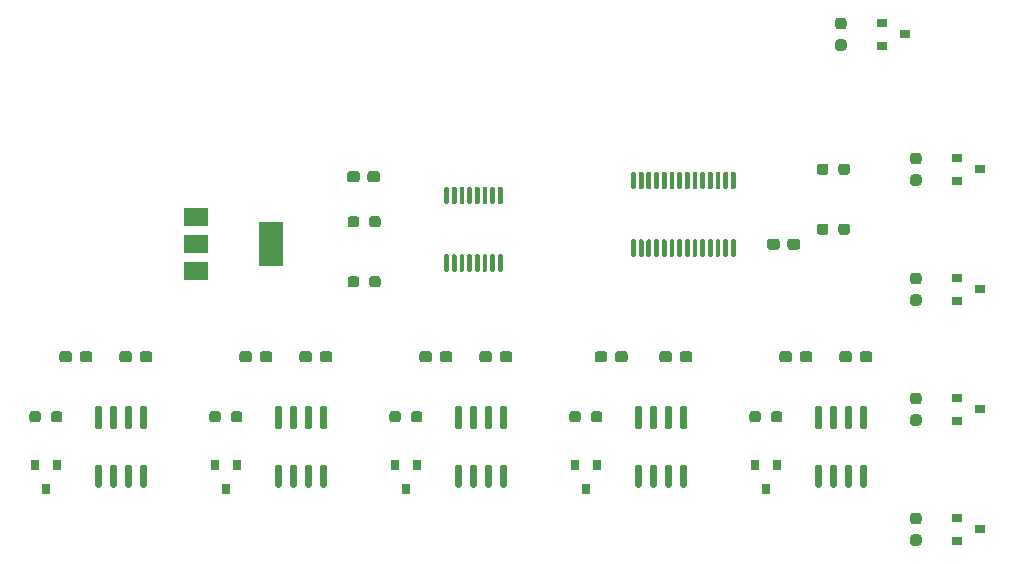
<source format=gbr>
%TF.GenerationSoftware,KiCad,Pcbnew,5.1.9*%
%TF.CreationDate,2021-03-25T13:41:33+01:00*%
%TF.ProjectId,kicad_robot_servos_ev_pompes,6b696361-645f-4726-9f62-6f745f736572,rev?*%
%TF.SameCoordinates,Original*%
%TF.FileFunction,Paste,Top*%
%TF.FilePolarity,Positive*%
%FSLAX46Y46*%
G04 Gerber Fmt 4.6, Leading zero omitted, Abs format (unit mm)*
G04 Created by KiCad (PCBNEW 5.1.9) date 2021-03-25 13:41:33*
%MOMM*%
%LPD*%
G01*
G04 APERTURE LIST*
%ADD10R,0.800000X0.900000*%
%ADD11R,0.900000X0.800000*%
%ADD12R,2.000000X3.800000*%
%ADD13R,2.000000X1.500000*%
G04 APERTURE END LIST*
%TO.C,U4*%
G36*
G01*
X79055000Y-30690000D02*
X79255000Y-30690000D01*
G75*
G02*
X79355000Y-30790000I0J-100000D01*
G01*
X79355000Y-32065000D01*
G75*
G02*
X79255000Y-32165000I-100000J0D01*
G01*
X79055000Y-32165000D01*
G75*
G02*
X78955000Y-32065000I0J100000D01*
G01*
X78955000Y-30790000D01*
G75*
G02*
X79055000Y-30690000I100000J0D01*
G01*
G37*
G36*
G01*
X78405000Y-30690000D02*
X78605000Y-30690000D01*
G75*
G02*
X78705000Y-30790000I0J-100000D01*
G01*
X78705000Y-32065000D01*
G75*
G02*
X78605000Y-32165000I-100000J0D01*
G01*
X78405000Y-32165000D01*
G75*
G02*
X78305000Y-32065000I0J100000D01*
G01*
X78305000Y-30790000D01*
G75*
G02*
X78405000Y-30690000I100000J0D01*
G01*
G37*
G36*
G01*
X77755000Y-30690000D02*
X77955000Y-30690000D01*
G75*
G02*
X78055000Y-30790000I0J-100000D01*
G01*
X78055000Y-32065000D01*
G75*
G02*
X77955000Y-32165000I-100000J0D01*
G01*
X77755000Y-32165000D01*
G75*
G02*
X77655000Y-32065000I0J100000D01*
G01*
X77655000Y-30790000D01*
G75*
G02*
X77755000Y-30690000I100000J0D01*
G01*
G37*
G36*
G01*
X77105000Y-30690000D02*
X77305000Y-30690000D01*
G75*
G02*
X77405000Y-30790000I0J-100000D01*
G01*
X77405000Y-32065000D01*
G75*
G02*
X77305000Y-32165000I-100000J0D01*
G01*
X77105000Y-32165000D01*
G75*
G02*
X77005000Y-32065000I0J100000D01*
G01*
X77005000Y-30790000D01*
G75*
G02*
X77105000Y-30690000I100000J0D01*
G01*
G37*
G36*
G01*
X76455000Y-30690000D02*
X76655000Y-30690000D01*
G75*
G02*
X76755000Y-30790000I0J-100000D01*
G01*
X76755000Y-32065000D01*
G75*
G02*
X76655000Y-32165000I-100000J0D01*
G01*
X76455000Y-32165000D01*
G75*
G02*
X76355000Y-32065000I0J100000D01*
G01*
X76355000Y-30790000D01*
G75*
G02*
X76455000Y-30690000I100000J0D01*
G01*
G37*
G36*
G01*
X75805000Y-30690000D02*
X76005000Y-30690000D01*
G75*
G02*
X76105000Y-30790000I0J-100000D01*
G01*
X76105000Y-32065000D01*
G75*
G02*
X76005000Y-32165000I-100000J0D01*
G01*
X75805000Y-32165000D01*
G75*
G02*
X75705000Y-32065000I0J100000D01*
G01*
X75705000Y-30790000D01*
G75*
G02*
X75805000Y-30690000I100000J0D01*
G01*
G37*
G36*
G01*
X75155000Y-30690000D02*
X75355000Y-30690000D01*
G75*
G02*
X75455000Y-30790000I0J-100000D01*
G01*
X75455000Y-32065000D01*
G75*
G02*
X75355000Y-32165000I-100000J0D01*
G01*
X75155000Y-32165000D01*
G75*
G02*
X75055000Y-32065000I0J100000D01*
G01*
X75055000Y-30790000D01*
G75*
G02*
X75155000Y-30690000I100000J0D01*
G01*
G37*
G36*
G01*
X74505000Y-30690000D02*
X74705000Y-30690000D01*
G75*
G02*
X74805000Y-30790000I0J-100000D01*
G01*
X74805000Y-32065000D01*
G75*
G02*
X74705000Y-32165000I-100000J0D01*
G01*
X74505000Y-32165000D01*
G75*
G02*
X74405000Y-32065000I0J100000D01*
G01*
X74405000Y-30790000D01*
G75*
G02*
X74505000Y-30690000I100000J0D01*
G01*
G37*
G36*
G01*
X73855000Y-30690000D02*
X74055000Y-30690000D01*
G75*
G02*
X74155000Y-30790000I0J-100000D01*
G01*
X74155000Y-32065000D01*
G75*
G02*
X74055000Y-32165000I-100000J0D01*
G01*
X73855000Y-32165000D01*
G75*
G02*
X73755000Y-32065000I0J100000D01*
G01*
X73755000Y-30790000D01*
G75*
G02*
X73855000Y-30690000I100000J0D01*
G01*
G37*
G36*
G01*
X73205000Y-30690000D02*
X73405000Y-30690000D01*
G75*
G02*
X73505000Y-30790000I0J-100000D01*
G01*
X73505000Y-32065000D01*
G75*
G02*
X73405000Y-32165000I-100000J0D01*
G01*
X73205000Y-32165000D01*
G75*
G02*
X73105000Y-32065000I0J100000D01*
G01*
X73105000Y-30790000D01*
G75*
G02*
X73205000Y-30690000I100000J0D01*
G01*
G37*
G36*
G01*
X72555000Y-30690000D02*
X72755000Y-30690000D01*
G75*
G02*
X72855000Y-30790000I0J-100000D01*
G01*
X72855000Y-32065000D01*
G75*
G02*
X72755000Y-32165000I-100000J0D01*
G01*
X72555000Y-32165000D01*
G75*
G02*
X72455000Y-32065000I0J100000D01*
G01*
X72455000Y-30790000D01*
G75*
G02*
X72555000Y-30690000I100000J0D01*
G01*
G37*
G36*
G01*
X71905000Y-30690000D02*
X72105000Y-30690000D01*
G75*
G02*
X72205000Y-30790000I0J-100000D01*
G01*
X72205000Y-32065000D01*
G75*
G02*
X72105000Y-32165000I-100000J0D01*
G01*
X71905000Y-32165000D01*
G75*
G02*
X71805000Y-32065000I0J100000D01*
G01*
X71805000Y-30790000D01*
G75*
G02*
X71905000Y-30690000I100000J0D01*
G01*
G37*
G36*
G01*
X71255000Y-30690000D02*
X71455000Y-30690000D01*
G75*
G02*
X71555000Y-30790000I0J-100000D01*
G01*
X71555000Y-32065000D01*
G75*
G02*
X71455000Y-32165000I-100000J0D01*
G01*
X71255000Y-32165000D01*
G75*
G02*
X71155000Y-32065000I0J100000D01*
G01*
X71155000Y-30790000D01*
G75*
G02*
X71255000Y-30690000I100000J0D01*
G01*
G37*
G36*
G01*
X70605000Y-30690000D02*
X70805000Y-30690000D01*
G75*
G02*
X70905000Y-30790000I0J-100000D01*
G01*
X70905000Y-32065000D01*
G75*
G02*
X70805000Y-32165000I-100000J0D01*
G01*
X70605000Y-32165000D01*
G75*
G02*
X70505000Y-32065000I0J100000D01*
G01*
X70505000Y-30790000D01*
G75*
G02*
X70605000Y-30690000I100000J0D01*
G01*
G37*
G36*
G01*
X70605000Y-36415000D02*
X70805000Y-36415000D01*
G75*
G02*
X70905000Y-36515000I0J-100000D01*
G01*
X70905000Y-37790000D01*
G75*
G02*
X70805000Y-37890000I-100000J0D01*
G01*
X70605000Y-37890000D01*
G75*
G02*
X70505000Y-37790000I0J100000D01*
G01*
X70505000Y-36515000D01*
G75*
G02*
X70605000Y-36415000I100000J0D01*
G01*
G37*
G36*
G01*
X71255000Y-36415000D02*
X71455000Y-36415000D01*
G75*
G02*
X71555000Y-36515000I0J-100000D01*
G01*
X71555000Y-37790000D01*
G75*
G02*
X71455000Y-37890000I-100000J0D01*
G01*
X71255000Y-37890000D01*
G75*
G02*
X71155000Y-37790000I0J100000D01*
G01*
X71155000Y-36515000D01*
G75*
G02*
X71255000Y-36415000I100000J0D01*
G01*
G37*
G36*
G01*
X71905000Y-36415000D02*
X72105000Y-36415000D01*
G75*
G02*
X72205000Y-36515000I0J-100000D01*
G01*
X72205000Y-37790000D01*
G75*
G02*
X72105000Y-37890000I-100000J0D01*
G01*
X71905000Y-37890000D01*
G75*
G02*
X71805000Y-37790000I0J100000D01*
G01*
X71805000Y-36515000D01*
G75*
G02*
X71905000Y-36415000I100000J0D01*
G01*
G37*
G36*
G01*
X72555000Y-36415000D02*
X72755000Y-36415000D01*
G75*
G02*
X72855000Y-36515000I0J-100000D01*
G01*
X72855000Y-37790000D01*
G75*
G02*
X72755000Y-37890000I-100000J0D01*
G01*
X72555000Y-37890000D01*
G75*
G02*
X72455000Y-37790000I0J100000D01*
G01*
X72455000Y-36515000D01*
G75*
G02*
X72555000Y-36415000I100000J0D01*
G01*
G37*
G36*
G01*
X73205000Y-36415000D02*
X73405000Y-36415000D01*
G75*
G02*
X73505000Y-36515000I0J-100000D01*
G01*
X73505000Y-37790000D01*
G75*
G02*
X73405000Y-37890000I-100000J0D01*
G01*
X73205000Y-37890000D01*
G75*
G02*
X73105000Y-37790000I0J100000D01*
G01*
X73105000Y-36515000D01*
G75*
G02*
X73205000Y-36415000I100000J0D01*
G01*
G37*
G36*
G01*
X73855000Y-36415000D02*
X74055000Y-36415000D01*
G75*
G02*
X74155000Y-36515000I0J-100000D01*
G01*
X74155000Y-37790000D01*
G75*
G02*
X74055000Y-37890000I-100000J0D01*
G01*
X73855000Y-37890000D01*
G75*
G02*
X73755000Y-37790000I0J100000D01*
G01*
X73755000Y-36515000D01*
G75*
G02*
X73855000Y-36415000I100000J0D01*
G01*
G37*
G36*
G01*
X74505000Y-36415000D02*
X74705000Y-36415000D01*
G75*
G02*
X74805000Y-36515000I0J-100000D01*
G01*
X74805000Y-37790000D01*
G75*
G02*
X74705000Y-37890000I-100000J0D01*
G01*
X74505000Y-37890000D01*
G75*
G02*
X74405000Y-37790000I0J100000D01*
G01*
X74405000Y-36515000D01*
G75*
G02*
X74505000Y-36415000I100000J0D01*
G01*
G37*
G36*
G01*
X75155000Y-36415000D02*
X75355000Y-36415000D01*
G75*
G02*
X75455000Y-36515000I0J-100000D01*
G01*
X75455000Y-37790000D01*
G75*
G02*
X75355000Y-37890000I-100000J0D01*
G01*
X75155000Y-37890000D01*
G75*
G02*
X75055000Y-37790000I0J100000D01*
G01*
X75055000Y-36515000D01*
G75*
G02*
X75155000Y-36415000I100000J0D01*
G01*
G37*
G36*
G01*
X75805000Y-36415000D02*
X76005000Y-36415000D01*
G75*
G02*
X76105000Y-36515000I0J-100000D01*
G01*
X76105000Y-37790000D01*
G75*
G02*
X76005000Y-37890000I-100000J0D01*
G01*
X75805000Y-37890000D01*
G75*
G02*
X75705000Y-37790000I0J100000D01*
G01*
X75705000Y-36515000D01*
G75*
G02*
X75805000Y-36415000I100000J0D01*
G01*
G37*
G36*
G01*
X76455000Y-36415000D02*
X76655000Y-36415000D01*
G75*
G02*
X76755000Y-36515000I0J-100000D01*
G01*
X76755000Y-37790000D01*
G75*
G02*
X76655000Y-37890000I-100000J0D01*
G01*
X76455000Y-37890000D01*
G75*
G02*
X76355000Y-37790000I0J100000D01*
G01*
X76355000Y-36515000D01*
G75*
G02*
X76455000Y-36415000I100000J0D01*
G01*
G37*
G36*
G01*
X77105000Y-36415000D02*
X77305000Y-36415000D01*
G75*
G02*
X77405000Y-36515000I0J-100000D01*
G01*
X77405000Y-37790000D01*
G75*
G02*
X77305000Y-37890000I-100000J0D01*
G01*
X77105000Y-37890000D01*
G75*
G02*
X77005000Y-37790000I0J100000D01*
G01*
X77005000Y-36515000D01*
G75*
G02*
X77105000Y-36415000I100000J0D01*
G01*
G37*
G36*
G01*
X77755000Y-36415000D02*
X77955000Y-36415000D01*
G75*
G02*
X78055000Y-36515000I0J-100000D01*
G01*
X78055000Y-37790000D01*
G75*
G02*
X77955000Y-37890000I-100000J0D01*
G01*
X77755000Y-37890000D01*
G75*
G02*
X77655000Y-37790000I0J100000D01*
G01*
X77655000Y-36515000D01*
G75*
G02*
X77755000Y-36415000I100000J0D01*
G01*
G37*
G36*
G01*
X78405000Y-36415000D02*
X78605000Y-36415000D01*
G75*
G02*
X78705000Y-36515000I0J-100000D01*
G01*
X78705000Y-37790000D01*
G75*
G02*
X78605000Y-37890000I-100000J0D01*
G01*
X78405000Y-37890000D01*
G75*
G02*
X78305000Y-37790000I0J100000D01*
G01*
X78305000Y-36515000D01*
G75*
G02*
X78405000Y-36415000I100000J0D01*
G01*
G37*
G36*
G01*
X79055000Y-36415000D02*
X79255000Y-36415000D01*
G75*
G02*
X79355000Y-36515000I0J-100000D01*
G01*
X79355000Y-37790000D01*
G75*
G02*
X79255000Y-37890000I-100000J0D01*
G01*
X79055000Y-37890000D01*
G75*
G02*
X78955000Y-37790000I0J100000D01*
G01*
X78955000Y-36515000D01*
G75*
G02*
X79055000Y-36415000I100000J0D01*
G01*
G37*
%TD*%
%TO.C,C1*%
G36*
G01*
X48177500Y-31352500D02*
X48177500Y-30877500D01*
G75*
G02*
X48415000Y-30640000I237500J0D01*
G01*
X49015000Y-30640000D01*
G75*
G02*
X49252500Y-30877500I0J-237500D01*
G01*
X49252500Y-31352500D01*
G75*
G02*
X49015000Y-31590000I-237500J0D01*
G01*
X48415000Y-31590000D01*
G75*
G02*
X48177500Y-31352500I0J237500D01*
G01*
G37*
G36*
G01*
X46452500Y-31352500D02*
X46452500Y-30877500D01*
G75*
G02*
X46690000Y-30640000I237500J0D01*
G01*
X47290000Y-30640000D01*
G75*
G02*
X47527500Y-30877500I0J-237500D01*
G01*
X47527500Y-31352500D01*
G75*
G02*
X47290000Y-31590000I-237500J0D01*
G01*
X46690000Y-31590000D01*
G75*
G02*
X46452500Y-31352500I0J237500D01*
G01*
G37*
%TD*%
%TO.C,C2*%
G36*
G01*
X84812500Y-36592500D02*
X84812500Y-37067500D01*
G75*
G02*
X84575000Y-37305000I-237500J0D01*
G01*
X83975000Y-37305000D01*
G75*
G02*
X83737500Y-37067500I0J237500D01*
G01*
X83737500Y-36592500D01*
G75*
G02*
X83975000Y-36355000I237500J0D01*
G01*
X84575000Y-36355000D01*
G75*
G02*
X84812500Y-36592500I0J-237500D01*
G01*
G37*
G36*
G01*
X83087500Y-36592500D02*
X83087500Y-37067500D01*
G75*
G02*
X82850000Y-37305000I-237500J0D01*
G01*
X82250000Y-37305000D01*
G75*
G02*
X82012500Y-37067500I0J237500D01*
G01*
X82012500Y-36592500D01*
G75*
G02*
X82250000Y-36355000I237500J0D01*
G01*
X82850000Y-36355000D01*
G75*
G02*
X83087500Y-36592500I0J-237500D01*
G01*
G37*
%TD*%
%TO.C,C3*%
G36*
G01*
X83055000Y-46592500D02*
X83055000Y-46117500D01*
G75*
G02*
X83292500Y-45880000I237500J0D01*
G01*
X83892500Y-45880000D01*
G75*
G02*
X84130000Y-46117500I0J-237500D01*
G01*
X84130000Y-46592500D01*
G75*
G02*
X83892500Y-46830000I-237500J0D01*
G01*
X83292500Y-46830000D01*
G75*
G02*
X83055000Y-46592500I0J237500D01*
G01*
G37*
G36*
G01*
X84780000Y-46592500D02*
X84780000Y-46117500D01*
G75*
G02*
X85017500Y-45880000I237500J0D01*
G01*
X85617500Y-45880000D01*
G75*
G02*
X85855000Y-46117500I0J-237500D01*
G01*
X85855000Y-46592500D01*
G75*
G02*
X85617500Y-46830000I-237500J0D01*
G01*
X85017500Y-46830000D01*
G75*
G02*
X84780000Y-46592500I0J237500D01*
G01*
G37*
%TD*%
%TO.C,C4*%
G36*
G01*
X89860000Y-46592500D02*
X89860000Y-46117500D01*
G75*
G02*
X90097500Y-45880000I237500J0D01*
G01*
X90697500Y-45880000D01*
G75*
G02*
X90935000Y-46117500I0J-237500D01*
G01*
X90935000Y-46592500D01*
G75*
G02*
X90697500Y-46830000I-237500J0D01*
G01*
X90097500Y-46830000D01*
G75*
G02*
X89860000Y-46592500I0J237500D01*
G01*
G37*
G36*
G01*
X88135000Y-46592500D02*
X88135000Y-46117500D01*
G75*
G02*
X88372500Y-45880000I237500J0D01*
G01*
X88972500Y-45880000D01*
G75*
G02*
X89210000Y-46117500I0J-237500D01*
G01*
X89210000Y-46592500D01*
G75*
G02*
X88972500Y-46830000I-237500J0D01*
G01*
X88372500Y-46830000D01*
G75*
G02*
X88135000Y-46592500I0J237500D01*
G01*
G37*
%TD*%
%TO.C,C5*%
G36*
G01*
X23820000Y-46592500D02*
X23820000Y-46117500D01*
G75*
G02*
X24057500Y-45880000I237500J0D01*
G01*
X24657500Y-45880000D01*
G75*
G02*
X24895000Y-46117500I0J-237500D01*
G01*
X24895000Y-46592500D01*
G75*
G02*
X24657500Y-46830000I-237500J0D01*
G01*
X24057500Y-46830000D01*
G75*
G02*
X23820000Y-46592500I0J237500D01*
G01*
G37*
G36*
G01*
X22095000Y-46592500D02*
X22095000Y-46117500D01*
G75*
G02*
X22332500Y-45880000I237500J0D01*
G01*
X22932500Y-45880000D01*
G75*
G02*
X23170000Y-46117500I0J-237500D01*
G01*
X23170000Y-46592500D01*
G75*
G02*
X22932500Y-46830000I-237500J0D01*
G01*
X22332500Y-46830000D01*
G75*
G02*
X22095000Y-46592500I0J237500D01*
G01*
G37*
%TD*%
%TO.C,C6*%
G36*
G01*
X27175000Y-46592500D02*
X27175000Y-46117500D01*
G75*
G02*
X27412500Y-45880000I237500J0D01*
G01*
X28012500Y-45880000D01*
G75*
G02*
X28250000Y-46117500I0J-237500D01*
G01*
X28250000Y-46592500D01*
G75*
G02*
X28012500Y-46830000I-237500J0D01*
G01*
X27412500Y-46830000D01*
G75*
G02*
X27175000Y-46592500I0J237500D01*
G01*
G37*
G36*
G01*
X28900000Y-46592500D02*
X28900000Y-46117500D01*
G75*
G02*
X29137500Y-45880000I237500J0D01*
G01*
X29737500Y-45880000D01*
G75*
G02*
X29975000Y-46117500I0J-237500D01*
G01*
X29975000Y-46592500D01*
G75*
G02*
X29737500Y-46830000I-237500J0D01*
G01*
X29137500Y-46830000D01*
G75*
G02*
X28900000Y-46592500I0J237500D01*
G01*
G37*
%TD*%
%TO.C,C7*%
G36*
G01*
X67407500Y-46592500D02*
X67407500Y-46117500D01*
G75*
G02*
X67645000Y-45880000I237500J0D01*
G01*
X68245000Y-45880000D01*
G75*
G02*
X68482500Y-46117500I0J-237500D01*
G01*
X68482500Y-46592500D01*
G75*
G02*
X68245000Y-46830000I-237500J0D01*
G01*
X67645000Y-46830000D01*
G75*
G02*
X67407500Y-46592500I0J237500D01*
G01*
G37*
G36*
G01*
X69132500Y-46592500D02*
X69132500Y-46117500D01*
G75*
G02*
X69370000Y-45880000I237500J0D01*
G01*
X69970000Y-45880000D01*
G75*
G02*
X70207500Y-46117500I0J-237500D01*
G01*
X70207500Y-46592500D01*
G75*
G02*
X69970000Y-46830000I-237500J0D01*
G01*
X69370000Y-46830000D01*
G75*
G02*
X69132500Y-46592500I0J237500D01*
G01*
G37*
%TD*%
%TO.C,C8*%
G36*
G01*
X74620000Y-46592500D02*
X74620000Y-46117500D01*
G75*
G02*
X74857500Y-45880000I237500J0D01*
G01*
X75457500Y-45880000D01*
G75*
G02*
X75695000Y-46117500I0J-237500D01*
G01*
X75695000Y-46592500D01*
G75*
G02*
X75457500Y-46830000I-237500J0D01*
G01*
X74857500Y-46830000D01*
G75*
G02*
X74620000Y-46592500I0J237500D01*
G01*
G37*
G36*
G01*
X72895000Y-46592500D02*
X72895000Y-46117500D01*
G75*
G02*
X73132500Y-45880000I237500J0D01*
G01*
X73732500Y-45880000D01*
G75*
G02*
X73970000Y-46117500I0J-237500D01*
G01*
X73970000Y-46592500D01*
G75*
G02*
X73732500Y-46830000I-237500J0D01*
G01*
X73132500Y-46830000D01*
G75*
G02*
X72895000Y-46592500I0J237500D01*
G01*
G37*
%TD*%
%TO.C,C9*%
G36*
G01*
X54300000Y-46592500D02*
X54300000Y-46117500D01*
G75*
G02*
X54537500Y-45880000I237500J0D01*
G01*
X55137500Y-45880000D01*
G75*
G02*
X55375000Y-46117500I0J-237500D01*
G01*
X55375000Y-46592500D01*
G75*
G02*
X55137500Y-46830000I-237500J0D01*
G01*
X54537500Y-46830000D01*
G75*
G02*
X54300000Y-46592500I0J237500D01*
G01*
G37*
G36*
G01*
X52575000Y-46592500D02*
X52575000Y-46117500D01*
G75*
G02*
X52812500Y-45880000I237500J0D01*
G01*
X53412500Y-45880000D01*
G75*
G02*
X53650000Y-46117500I0J-237500D01*
G01*
X53650000Y-46592500D01*
G75*
G02*
X53412500Y-46830000I-237500J0D01*
G01*
X52812500Y-46830000D01*
G75*
G02*
X52575000Y-46592500I0J237500D01*
G01*
G37*
%TD*%
%TO.C,C10*%
G36*
G01*
X57655000Y-46592500D02*
X57655000Y-46117500D01*
G75*
G02*
X57892500Y-45880000I237500J0D01*
G01*
X58492500Y-45880000D01*
G75*
G02*
X58730000Y-46117500I0J-237500D01*
G01*
X58730000Y-46592500D01*
G75*
G02*
X58492500Y-46830000I-237500J0D01*
G01*
X57892500Y-46830000D01*
G75*
G02*
X57655000Y-46592500I0J237500D01*
G01*
G37*
G36*
G01*
X59380000Y-46592500D02*
X59380000Y-46117500D01*
G75*
G02*
X59617500Y-45880000I237500J0D01*
G01*
X60217500Y-45880000D01*
G75*
G02*
X60455000Y-46117500I0J-237500D01*
G01*
X60455000Y-46592500D01*
G75*
G02*
X60217500Y-46830000I-237500J0D01*
G01*
X59617500Y-46830000D01*
G75*
G02*
X59380000Y-46592500I0J237500D01*
G01*
G37*
%TD*%
%TO.C,C11*%
G36*
G01*
X39060000Y-46592500D02*
X39060000Y-46117500D01*
G75*
G02*
X39297500Y-45880000I237500J0D01*
G01*
X39897500Y-45880000D01*
G75*
G02*
X40135000Y-46117500I0J-237500D01*
G01*
X40135000Y-46592500D01*
G75*
G02*
X39897500Y-46830000I-237500J0D01*
G01*
X39297500Y-46830000D01*
G75*
G02*
X39060000Y-46592500I0J237500D01*
G01*
G37*
G36*
G01*
X37335000Y-46592500D02*
X37335000Y-46117500D01*
G75*
G02*
X37572500Y-45880000I237500J0D01*
G01*
X38172500Y-45880000D01*
G75*
G02*
X38410000Y-46117500I0J-237500D01*
G01*
X38410000Y-46592500D01*
G75*
G02*
X38172500Y-46830000I-237500J0D01*
G01*
X37572500Y-46830000D01*
G75*
G02*
X37335000Y-46592500I0J237500D01*
G01*
G37*
%TD*%
%TO.C,C12*%
G36*
G01*
X42415000Y-46592500D02*
X42415000Y-46117500D01*
G75*
G02*
X42652500Y-45880000I237500J0D01*
G01*
X43252500Y-45880000D01*
G75*
G02*
X43490000Y-46117500I0J-237500D01*
G01*
X43490000Y-46592500D01*
G75*
G02*
X43252500Y-46830000I-237500J0D01*
G01*
X42652500Y-46830000D01*
G75*
G02*
X42415000Y-46592500I0J237500D01*
G01*
G37*
G36*
G01*
X44140000Y-46592500D02*
X44140000Y-46117500D01*
G75*
G02*
X44377500Y-45880000I237500J0D01*
G01*
X44977500Y-45880000D01*
G75*
G02*
X45215000Y-46117500I0J-237500D01*
G01*
X45215000Y-46592500D01*
G75*
G02*
X44977500Y-46830000I-237500J0D01*
G01*
X44377500Y-46830000D01*
G75*
G02*
X44140000Y-46592500I0J237500D01*
G01*
G37*
%TD*%
D10*
%TO.C,Q1*%
X82865000Y-55515000D03*
X80965000Y-55515000D03*
X81915000Y-57515000D03*
%TD*%
%TO.C,Q2*%
X21905000Y-55515000D03*
X20005000Y-55515000D03*
X20955000Y-57515000D03*
%TD*%
%TO.C,Q3*%
X66675000Y-57515000D03*
X65725000Y-55515000D03*
X67625000Y-55515000D03*
%TD*%
%TO.C,Q4*%
X51435000Y-57515000D03*
X50485000Y-55515000D03*
X52385000Y-55515000D03*
%TD*%
%TO.C,Q5*%
X36195000Y-57515000D03*
X35245000Y-55515000D03*
X37145000Y-55515000D03*
%TD*%
D11*
%TO.C,Q6*%
X100060000Y-60960000D03*
X98060000Y-61910000D03*
X98060000Y-60010000D03*
%TD*%
%TO.C,Q7*%
X98060000Y-49850000D03*
X98060000Y-51750000D03*
X100060000Y-50800000D03*
%TD*%
%TO.C,Q8*%
X100060000Y-40640000D03*
X98060000Y-41590000D03*
X98060000Y-39690000D03*
%TD*%
%TO.C,Q9*%
X98060000Y-29530000D03*
X98060000Y-31430000D03*
X100060000Y-30480000D03*
%TD*%
%TO.C,Q10*%
X91710000Y-18100000D03*
X91710000Y-20000000D03*
X93710000Y-19050000D03*
%TD*%
%TO.C,R1*%
G36*
G01*
X88055000Y-35797500D02*
X88055000Y-35322500D01*
G75*
G02*
X88292500Y-35085000I237500J0D01*
G01*
X88792500Y-35085000D01*
G75*
G02*
X89030000Y-35322500I0J-237500D01*
G01*
X89030000Y-35797500D01*
G75*
G02*
X88792500Y-36035000I-237500J0D01*
G01*
X88292500Y-36035000D01*
G75*
G02*
X88055000Y-35797500I0J237500D01*
G01*
G37*
G36*
G01*
X86230000Y-35797500D02*
X86230000Y-35322500D01*
G75*
G02*
X86467500Y-35085000I237500J0D01*
G01*
X86967500Y-35085000D01*
G75*
G02*
X87205000Y-35322500I0J-237500D01*
G01*
X87205000Y-35797500D01*
G75*
G02*
X86967500Y-36035000I-237500J0D01*
G01*
X86467500Y-36035000D01*
G75*
G02*
X86230000Y-35797500I0J237500D01*
G01*
G37*
%TD*%
%TO.C,R2*%
G36*
G01*
X86230000Y-30717500D02*
X86230000Y-30242500D01*
G75*
G02*
X86467500Y-30005000I237500J0D01*
G01*
X86967500Y-30005000D01*
G75*
G02*
X87205000Y-30242500I0J-237500D01*
G01*
X87205000Y-30717500D01*
G75*
G02*
X86967500Y-30955000I-237500J0D01*
G01*
X86467500Y-30955000D01*
G75*
G02*
X86230000Y-30717500I0J237500D01*
G01*
G37*
G36*
G01*
X88055000Y-30717500D02*
X88055000Y-30242500D01*
G75*
G02*
X88292500Y-30005000I237500J0D01*
G01*
X88792500Y-30005000D01*
G75*
G02*
X89030000Y-30242500I0J-237500D01*
G01*
X89030000Y-30717500D01*
G75*
G02*
X88792500Y-30955000I-237500J0D01*
G01*
X88292500Y-30955000D01*
G75*
G02*
X88055000Y-30717500I0J237500D01*
G01*
G37*
%TD*%
%TO.C,R3*%
G36*
G01*
X48327500Y-35162500D02*
X48327500Y-34687500D01*
G75*
G02*
X48565000Y-34450000I237500J0D01*
G01*
X49065000Y-34450000D01*
G75*
G02*
X49302500Y-34687500I0J-237500D01*
G01*
X49302500Y-35162500D01*
G75*
G02*
X49065000Y-35400000I-237500J0D01*
G01*
X48565000Y-35400000D01*
G75*
G02*
X48327500Y-35162500I0J237500D01*
G01*
G37*
G36*
G01*
X46502500Y-35162500D02*
X46502500Y-34687500D01*
G75*
G02*
X46740000Y-34450000I237500J0D01*
G01*
X47240000Y-34450000D01*
G75*
G02*
X47477500Y-34687500I0J-237500D01*
G01*
X47477500Y-35162500D01*
G75*
G02*
X47240000Y-35400000I-237500J0D01*
G01*
X46740000Y-35400000D01*
G75*
G02*
X46502500Y-35162500I0J237500D01*
G01*
G37*
%TD*%
%TO.C,R4*%
G36*
G01*
X46502500Y-40242500D02*
X46502500Y-39767500D01*
G75*
G02*
X46740000Y-39530000I237500J0D01*
G01*
X47240000Y-39530000D01*
G75*
G02*
X47477500Y-39767500I0J-237500D01*
G01*
X47477500Y-40242500D01*
G75*
G02*
X47240000Y-40480000I-237500J0D01*
G01*
X46740000Y-40480000D01*
G75*
G02*
X46502500Y-40242500I0J237500D01*
G01*
G37*
G36*
G01*
X48327500Y-40242500D02*
X48327500Y-39767500D01*
G75*
G02*
X48565000Y-39530000I237500J0D01*
G01*
X49065000Y-39530000D01*
G75*
G02*
X49302500Y-39767500I0J-237500D01*
G01*
X49302500Y-40242500D01*
G75*
G02*
X49065000Y-40480000I-237500J0D01*
G01*
X48565000Y-40480000D01*
G75*
G02*
X48327500Y-40242500I0J237500D01*
G01*
G37*
%TD*%
%TO.C,R5*%
G36*
G01*
X81490000Y-51197500D02*
X81490000Y-51672500D01*
G75*
G02*
X81252500Y-51910000I-237500J0D01*
G01*
X80752500Y-51910000D01*
G75*
G02*
X80515000Y-51672500I0J237500D01*
G01*
X80515000Y-51197500D01*
G75*
G02*
X80752500Y-50960000I237500J0D01*
G01*
X81252500Y-50960000D01*
G75*
G02*
X81490000Y-51197500I0J-237500D01*
G01*
G37*
G36*
G01*
X83315000Y-51197500D02*
X83315000Y-51672500D01*
G75*
G02*
X83077500Y-51910000I-237500J0D01*
G01*
X82577500Y-51910000D01*
G75*
G02*
X82340000Y-51672500I0J237500D01*
G01*
X82340000Y-51197500D01*
G75*
G02*
X82577500Y-50960000I237500J0D01*
G01*
X83077500Y-50960000D01*
G75*
G02*
X83315000Y-51197500I0J-237500D01*
G01*
G37*
%TD*%
%TO.C,R6*%
G36*
G01*
X22355000Y-51197500D02*
X22355000Y-51672500D01*
G75*
G02*
X22117500Y-51910000I-237500J0D01*
G01*
X21617500Y-51910000D01*
G75*
G02*
X21380000Y-51672500I0J237500D01*
G01*
X21380000Y-51197500D01*
G75*
G02*
X21617500Y-50960000I237500J0D01*
G01*
X22117500Y-50960000D01*
G75*
G02*
X22355000Y-51197500I0J-237500D01*
G01*
G37*
G36*
G01*
X20530000Y-51197500D02*
X20530000Y-51672500D01*
G75*
G02*
X20292500Y-51910000I-237500J0D01*
G01*
X19792500Y-51910000D01*
G75*
G02*
X19555000Y-51672500I0J237500D01*
G01*
X19555000Y-51197500D01*
G75*
G02*
X19792500Y-50960000I237500J0D01*
G01*
X20292500Y-50960000D01*
G75*
G02*
X20530000Y-51197500I0J-237500D01*
G01*
G37*
%TD*%
%TO.C,R7*%
G36*
G01*
X66250000Y-51197500D02*
X66250000Y-51672500D01*
G75*
G02*
X66012500Y-51910000I-237500J0D01*
G01*
X65512500Y-51910000D01*
G75*
G02*
X65275000Y-51672500I0J237500D01*
G01*
X65275000Y-51197500D01*
G75*
G02*
X65512500Y-50960000I237500J0D01*
G01*
X66012500Y-50960000D01*
G75*
G02*
X66250000Y-51197500I0J-237500D01*
G01*
G37*
G36*
G01*
X68075000Y-51197500D02*
X68075000Y-51672500D01*
G75*
G02*
X67837500Y-51910000I-237500J0D01*
G01*
X67337500Y-51910000D01*
G75*
G02*
X67100000Y-51672500I0J237500D01*
G01*
X67100000Y-51197500D01*
G75*
G02*
X67337500Y-50960000I237500J0D01*
G01*
X67837500Y-50960000D01*
G75*
G02*
X68075000Y-51197500I0J-237500D01*
G01*
G37*
%TD*%
%TO.C,R8*%
G36*
G01*
X52835000Y-51197500D02*
X52835000Y-51672500D01*
G75*
G02*
X52597500Y-51910000I-237500J0D01*
G01*
X52097500Y-51910000D01*
G75*
G02*
X51860000Y-51672500I0J237500D01*
G01*
X51860000Y-51197500D01*
G75*
G02*
X52097500Y-50960000I237500J0D01*
G01*
X52597500Y-50960000D01*
G75*
G02*
X52835000Y-51197500I0J-237500D01*
G01*
G37*
G36*
G01*
X51010000Y-51197500D02*
X51010000Y-51672500D01*
G75*
G02*
X50772500Y-51910000I-237500J0D01*
G01*
X50272500Y-51910000D01*
G75*
G02*
X50035000Y-51672500I0J237500D01*
G01*
X50035000Y-51197500D01*
G75*
G02*
X50272500Y-50960000I237500J0D01*
G01*
X50772500Y-50960000D01*
G75*
G02*
X51010000Y-51197500I0J-237500D01*
G01*
G37*
%TD*%
%TO.C,R9*%
G36*
G01*
X35770000Y-51197500D02*
X35770000Y-51672500D01*
G75*
G02*
X35532500Y-51910000I-237500J0D01*
G01*
X35032500Y-51910000D01*
G75*
G02*
X34795000Y-51672500I0J237500D01*
G01*
X34795000Y-51197500D01*
G75*
G02*
X35032500Y-50960000I237500J0D01*
G01*
X35532500Y-50960000D01*
G75*
G02*
X35770000Y-51197500I0J-237500D01*
G01*
G37*
G36*
G01*
X37595000Y-51197500D02*
X37595000Y-51672500D01*
G75*
G02*
X37357500Y-51910000I-237500J0D01*
G01*
X36857500Y-51910000D01*
G75*
G02*
X36620000Y-51672500I0J237500D01*
G01*
X36620000Y-51197500D01*
G75*
G02*
X36857500Y-50960000I237500J0D01*
G01*
X37357500Y-50960000D01*
G75*
G02*
X37595000Y-51197500I0J-237500D01*
G01*
G37*
%TD*%
%TO.C,R10*%
G36*
G01*
X94377500Y-59560000D02*
X94852500Y-59560000D01*
G75*
G02*
X95090000Y-59797500I0J-237500D01*
G01*
X95090000Y-60297500D01*
G75*
G02*
X94852500Y-60535000I-237500J0D01*
G01*
X94377500Y-60535000D01*
G75*
G02*
X94140000Y-60297500I0J237500D01*
G01*
X94140000Y-59797500D01*
G75*
G02*
X94377500Y-59560000I237500J0D01*
G01*
G37*
G36*
G01*
X94377500Y-61385000D02*
X94852500Y-61385000D01*
G75*
G02*
X95090000Y-61622500I0J-237500D01*
G01*
X95090000Y-62122500D01*
G75*
G02*
X94852500Y-62360000I-237500J0D01*
G01*
X94377500Y-62360000D01*
G75*
G02*
X94140000Y-62122500I0J237500D01*
G01*
X94140000Y-61622500D01*
G75*
G02*
X94377500Y-61385000I237500J0D01*
G01*
G37*
%TD*%
%TO.C,R11*%
G36*
G01*
X94377500Y-51225000D02*
X94852500Y-51225000D01*
G75*
G02*
X95090000Y-51462500I0J-237500D01*
G01*
X95090000Y-51962500D01*
G75*
G02*
X94852500Y-52200000I-237500J0D01*
G01*
X94377500Y-52200000D01*
G75*
G02*
X94140000Y-51962500I0J237500D01*
G01*
X94140000Y-51462500D01*
G75*
G02*
X94377500Y-51225000I237500J0D01*
G01*
G37*
G36*
G01*
X94377500Y-49400000D02*
X94852500Y-49400000D01*
G75*
G02*
X95090000Y-49637500I0J-237500D01*
G01*
X95090000Y-50137500D01*
G75*
G02*
X94852500Y-50375000I-237500J0D01*
G01*
X94377500Y-50375000D01*
G75*
G02*
X94140000Y-50137500I0J237500D01*
G01*
X94140000Y-49637500D01*
G75*
G02*
X94377500Y-49400000I237500J0D01*
G01*
G37*
%TD*%
%TO.C,R12*%
G36*
G01*
X94377500Y-41065000D02*
X94852500Y-41065000D01*
G75*
G02*
X95090000Y-41302500I0J-237500D01*
G01*
X95090000Y-41802500D01*
G75*
G02*
X94852500Y-42040000I-237500J0D01*
G01*
X94377500Y-42040000D01*
G75*
G02*
X94140000Y-41802500I0J237500D01*
G01*
X94140000Y-41302500D01*
G75*
G02*
X94377500Y-41065000I237500J0D01*
G01*
G37*
G36*
G01*
X94377500Y-39240000D02*
X94852500Y-39240000D01*
G75*
G02*
X95090000Y-39477500I0J-237500D01*
G01*
X95090000Y-39977500D01*
G75*
G02*
X94852500Y-40215000I-237500J0D01*
G01*
X94377500Y-40215000D01*
G75*
G02*
X94140000Y-39977500I0J237500D01*
G01*
X94140000Y-39477500D01*
G75*
G02*
X94377500Y-39240000I237500J0D01*
G01*
G37*
%TD*%
%TO.C,R13*%
G36*
G01*
X94377500Y-29080000D02*
X94852500Y-29080000D01*
G75*
G02*
X95090000Y-29317500I0J-237500D01*
G01*
X95090000Y-29817500D01*
G75*
G02*
X94852500Y-30055000I-237500J0D01*
G01*
X94377500Y-30055000D01*
G75*
G02*
X94140000Y-29817500I0J237500D01*
G01*
X94140000Y-29317500D01*
G75*
G02*
X94377500Y-29080000I237500J0D01*
G01*
G37*
G36*
G01*
X94377500Y-30905000D02*
X94852500Y-30905000D01*
G75*
G02*
X95090000Y-31142500I0J-237500D01*
G01*
X95090000Y-31642500D01*
G75*
G02*
X94852500Y-31880000I-237500J0D01*
G01*
X94377500Y-31880000D01*
G75*
G02*
X94140000Y-31642500I0J237500D01*
G01*
X94140000Y-31142500D01*
G75*
G02*
X94377500Y-30905000I237500J0D01*
G01*
G37*
%TD*%
%TO.C,R14*%
G36*
G01*
X88027500Y-17650000D02*
X88502500Y-17650000D01*
G75*
G02*
X88740000Y-17887500I0J-237500D01*
G01*
X88740000Y-18387500D01*
G75*
G02*
X88502500Y-18625000I-237500J0D01*
G01*
X88027500Y-18625000D01*
G75*
G02*
X87790000Y-18387500I0J237500D01*
G01*
X87790000Y-17887500D01*
G75*
G02*
X88027500Y-17650000I237500J0D01*
G01*
G37*
G36*
G01*
X88027500Y-19475000D02*
X88502500Y-19475000D01*
G75*
G02*
X88740000Y-19712500I0J-237500D01*
G01*
X88740000Y-20212500D01*
G75*
G02*
X88502500Y-20450000I-237500J0D01*
G01*
X88027500Y-20450000D01*
G75*
G02*
X87790000Y-20212500I0J237500D01*
G01*
X87790000Y-19712500D01*
G75*
G02*
X88027500Y-19475000I237500J0D01*
G01*
G37*
%TD*%
D12*
%TO.C,U2*%
X39980000Y-36830000D03*
D13*
X33680000Y-36830000D03*
X33680000Y-39130000D03*
X33680000Y-34530000D03*
%TD*%
%TO.C,U3*%
G36*
G01*
X59325000Y-31960000D02*
X59525000Y-31960000D01*
G75*
G02*
X59625000Y-32060000I0J-100000D01*
G01*
X59625000Y-33335000D01*
G75*
G02*
X59525000Y-33435000I-100000J0D01*
G01*
X59325000Y-33435000D01*
G75*
G02*
X59225000Y-33335000I0J100000D01*
G01*
X59225000Y-32060000D01*
G75*
G02*
X59325000Y-31960000I100000J0D01*
G01*
G37*
G36*
G01*
X58675000Y-31960000D02*
X58875000Y-31960000D01*
G75*
G02*
X58975000Y-32060000I0J-100000D01*
G01*
X58975000Y-33335000D01*
G75*
G02*
X58875000Y-33435000I-100000J0D01*
G01*
X58675000Y-33435000D01*
G75*
G02*
X58575000Y-33335000I0J100000D01*
G01*
X58575000Y-32060000D01*
G75*
G02*
X58675000Y-31960000I100000J0D01*
G01*
G37*
G36*
G01*
X58025000Y-31960000D02*
X58225000Y-31960000D01*
G75*
G02*
X58325000Y-32060000I0J-100000D01*
G01*
X58325000Y-33335000D01*
G75*
G02*
X58225000Y-33435000I-100000J0D01*
G01*
X58025000Y-33435000D01*
G75*
G02*
X57925000Y-33335000I0J100000D01*
G01*
X57925000Y-32060000D01*
G75*
G02*
X58025000Y-31960000I100000J0D01*
G01*
G37*
G36*
G01*
X57375000Y-31960000D02*
X57575000Y-31960000D01*
G75*
G02*
X57675000Y-32060000I0J-100000D01*
G01*
X57675000Y-33335000D01*
G75*
G02*
X57575000Y-33435000I-100000J0D01*
G01*
X57375000Y-33435000D01*
G75*
G02*
X57275000Y-33335000I0J100000D01*
G01*
X57275000Y-32060000D01*
G75*
G02*
X57375000Y-31960000I100000J0D01*
G01*
G37*
G36*
G01*
X56725000Y-31960000D02*
X56925000Y-31960000D01*
G75*
G02*
X57025000Y-32060000I0J-100000D01*
G01*
X57025000Y-33335000D01*
G75*
G02*
X56925000Y-33435000I-100000J0D01*
G01*
X56725000Y-33435000D01*
G75*
G02*
X56625000Y-33335000I0J100000D01*
G01*
X56625000Y-32060000D01*
G75*
G02*
X56725000Y-31960000I100000J0D01*
G01*
G37*
G36*
G01*
X56075000Y-31960000D02*
X56275000Y-31960000D01*
G75*
G02*
X56375000Y-32060000I0J-100000D01*
G01*
X56375000Y-33335000D01*
G75*
G02*
X56275000Y-33435000I-100000J0D01*
G01*
X56075000Y-33435000D01*
G75*
G02*
X55975000Y-33335000I0J100000D01*
G01*
X55975000Y-32060000D01*
G75*
G02*
X56075000Y-31960000I100000J0D01*
G01*
G37*
G36*
G01*
X55425000Y-31960000D02*
X55625000Y-31960000D01*
G75*
G02*
X55725000Y-32060000I0J-100000D01*
G01*
X55725000Y-33335000D01*
G75*
G02*
X55625000Y-33435000I-100000J0D01*
G01*
X55425000Y-33435000D01*
G75*
G02*
X55325000Y-33335000I0J100000D01*
G01*
X55325000Y-32060000D01*
G75*
G02*
X55425000Y-31960000I100000J0D01*
G01*
G37*
G36*
G01*
X54775000Y-31960000D02*
X54975000Y-31960000D01*
G75*
G02*
X55075000Y-32060000I0J-100000D01*
G01*
X55075000Y-33335000D01*
G75*
G02*
X54975000Y-33435000I-100000J0D01*
G01*
X54775000Y-33435000D01*
G75*
G02*
X54675000Y-33335000I0J100000D01*
G01*
X54675000Y-32060000D01*
G75*
G02*
X54775000Y-31960000I100000J0D01*
G01*
G37*
G36*
G01*
X54775000Y-37685000D02*
X54975000Y-37685000D01*
G75*
G02*
X55075000Y-37785000I0J-100000D01*
G01*
X55075000Y-39060000D01*
G75*
G02*
X54975000Y-39160000I-100000J0D01*
G01*
X54775000Y-39160000D01*
G75*
G02*
X54675000Y-39060000I0J100000D01*
G01*
X54675000Y-37785000D01*
G75*
G02*
X54775000Y-37685000I100000J0D01*
G01*
G37*
G36*
G01*
X55425000Y-37685000D02*
X55625000Y-37685000D01*
G75*
G02*
X55725000Y-37785000I0J-100000D01*
G01*
X55725000Y-39060000D01*
G75*
G02*
X55625000Y-39160000I-100000J0D01*
G01*
X55425000Y-39160000D01*
G75*
G02*
X55325000Y-39060000I0J100000D01*
G01*
X55325000Y-37785000D01*
G75*
G02*
X55425000Y-37685000I100000J0D01*
G01*
G37*
G36*
G01*
X56075000Y-37685000D02*
X56275000Y-37685000D01*
G75*
G02*
X56375000Y-37785000I0J-100000D01*
G01*
X56375000Y-39060000D01*
G75*
G02*
X56275000Y-39160000I-100000J0D01*
G01*
X56075000Y-39160000D01*
G75*
G02*
X55975000Y-39060000I0J100000D01*
G01*
X55975000Y-37785000D01*
G75*
G02*
X56075000Y-37685000I100000J0D01*
G01*
G37*
G36*
G01*
X56725000Y-37685000D02*
X56925000Y-37685000D01*
G75*
G02*
X57025000Y-37785000I0J-100000D01*
G01*
X57025000Y-39060000D01*
G75*
G02*
X56925000Y-39160000I-100000J0D01*
G01*
X56725000Y-39160000D01*
G75*
G02*
X56625000Y-39060000I0J100000D01*
G01*
X56625000Y-37785000D01*
G75*
G02*
X56725000Y-37685000I100000J0D01*
G01*
G37*
G36*
G01*
X57375000Y-37685000D02*
X57575000Y-37685000D01*
G75*
G02*
X57675000Y-37785000I0J-100000D01*
G01*
X57675000Y-39060000D01*
G75*
G02*
X57575000Y-39160000I-100000J0D01*
G01*
X57375000Y-39160000D01*
G75*
G02*
X57275000Y-39060000I0J100000D01*
G01*
X57275000Y-37785000D01*
G75*
G02*
X57375000Y-37685000I100000J0D01*
G01*
G37*
G36*
G01*
X58025000Y-37685000D02*
X58225000Y-37685000D01*
G75*
G02*
X58325000Y-37785000I0J-100000D01*
G01*
X58325000Y-39060000D01*
G75*
G02*
X58225000Y-39160000I-100000J0D01*
G01*
X58025000Y-39160000D01*
G75*
G02*
X57925000Y-39060000I0J100000D01*
G01*
X57925000Y-37785000D01*
G75*
G02*
X58025000Y-37685000I100000J0D01*
G01*
G37*
G36*
G01*
X58675000Y-37685000D02*
X58875000Y-37685000D01*
G75*
G02*
X58975000Y-37785000I0J-100000D01*
G01*
X58975000Y-39060000D01*
G75*
G02*
X58875000Y-39160000I-100000J0D01*
G01*
X58675000Y-39160000D01*
G75*
G02*
X58575000Y-39060000I0J100000D01*
G01*
X58575000Y-37785000D01*
G75*
G02*
X58675000Y-37685000I100000J0D01*
G01*
G37*
G36*
G01*
X59325000Y-37685000D02*
X59525000Y-37685000D01*
G75*
G02*
X59625000Y-37785000I0J-100000D01*
G01*
X59625000Y-39060000D01*
G75*
G02*
X59525000Y-39160000I-100000J0D01*
G01*
X59325000Y-39160000D01*
G75*
G02*
X59225000Y-39060000I0J100000D01*
G01*
X59225000Y-37785000D01*
G75*
G02*
X59325000Y-37685000I100000J0D01*
G01*
G37*
%TD*%
%TO.C,U5*%
G36*
G01*
X86510000Y-57425000D02*
X86210000Y-57425000D01*
G75*
G02*
X86060000Y-57275000I0J150000D01*
G01*
X86060000Y-55625000D01*
G75*
G02*
X86210000Y-55475000I150000J0D01*
G01*
X86510000Y-55475000D01*
G75*
G02*
X86660000Y-55625000I0J-150000D01*
G01*
X86660000Y-57275000D01*
G75*
G02*
X86510000Y-57425000I-150000J0D01*
G01*
G37*
G36*
G01*
X87780000Y-57425000D02*
X87480000Y-57425000D01*
G75*
G02*
X87330000Y-57275000I0J150000D01*
G01*
X87330000Y-55625000D01*
G75*
G02*
X87480000Y-55475000I150000J0D01*
G01*
X87780000Y-55475000D01*
G75*
G02*
X87930000Y-55625000I0J-150000D01*
G01*
X87930000Y-57275000D01*
G75*
G02*
X87780000Y-57425000I-150000J0D01*
G01*
G37*
G36*
G01*
X89050000Y-57425000D02*
X88750000Y-57425000D01*
G75*
G02*
X88600000Y-57275000I0J150000D01*
G01*
X88600000Y-55625000D01*
G75*
G02*
X88750000Y-55475000I150000J0D01*
G01*
X89050000Y-55475000D01*
G75*
G02*
X89200000Y-55625000I0J-150000D01*
G01*
X89200000Y-57275000D01*
G75*
G02*
X89050000Y-57425000I-150000J0D01*
G01*
G37*
G36*
G01*
X90320000Y-57425000D02*
X90020000Y-57425000D01*
G75*
G02*
X89870000Y-57275000I0J150000D01*
G01*
X89870000Y-55625000D01*
G75*
G02*
X90020000Y-55475000I150000J0D01*
G01*
X90320000Y-55475000D01*
G75*
G02*
X90470000Y-55625000I0J-150000D01*
G01*
X90470000Y-57275000D01*
G75*
G02*
X90320000Y-57425000I-150000J0D01*
G01*
G37*
G36*
G01*
X90320000Y-52475000D02*
X90020000Y-52475000D01*
G75*
G02*
X89870000Y-52325000I0J150000D01*
G01*
X89870000Y-50675000D01*
G75*
G02*
X90020000Y-50525000I150000J0D01*
G01*
X90320000Y-50525000D01*
G75*
G02*
X90470000Y-50675000I0J-150000D01*
G01*
X90470000Y-52325000D01*
G75*
G02*
X90320000Y-52475000I-150000J0D01*
G01*
G37*
G36*
G01*
X89050000Y-52475000D02*
X88750000Y-52475000D01*
G75*
G02*
X88600000Y-52325000I0J150000D01*
G01*
X88600000Y-50675000D01*
G75*
G02*
X88750000Y-50525000I150000J0D01*
G01*
X89050000Y-50525000D01*
G75*
G02*
X89200000Y-50675000I0J-150000D01*
G01*
X89200000Y-52325000D01*
G75*
G02*
X89050000Y-52475000I-150000J0D01*
G01*
G37*
G36*
G01*
X87780000Y-52475000D02*
X87480000Y-52475000D01*
G75*
G02*
X87330000Y-52325000I0J150000D01*
G01*
X87330000Y-50675000D01*
G75*
G02*
X87480000Y-50525000I150000J0D01*
G01*
X87780000Y-50525000D01*
G75*
G02*
X87930000Y-50675000I0J-150000D01*
G01*
X87930000Y-52325000D01*
G75*
G02*
X87780000Y-52475000I-150000J0D01*
G01*
G37*
G36*
G01*
X86510000Y-52475000D02*
X86210000Y-52475000D01*
G75*
G02*
X86060000Y-52325000I0J150000D01*
G01*
X86060000Y-50675000D01*
G75*
G02*
X86210000Y-50525000I150000J0D01*
G01*
X86510000Y-50525000D01*
G75*
G02*
X86660000Y-50675000I0J-150000D01*
G01*
X86660000Y-52325000D01*
G75*
G02*
X86510000Y-52475000I-150000J0D01*
G01*
G37*
%TD*%
%TO.C,U6*%
G36*
G01*
X25550000Y-57425000D02*
X25250000Y-57425000D01*
G75*
G02*
X25100000Y-57275000I0J150000D01*
G01*
X25100000Y-55625000D01*
G75*
G02*
X25250000Y-55475000I150000J0D01*
G01*
X25550000Y-55475000D01*
G75*
G02*
X25700000Y-55625000I0J-150000D01*
G01*
X25700000Y-57275000D01*
G75*
G02*
X25550000Y-57425000I-150000J0D01*
G01*
G37*
G36*
G01*
X26820000Y-57425000D02*
X26520000Y-57425000D01*
G75*
G02*
X26370000Y-57275000I0J150000D01*
G01*
X26370000Y-55625000D01*
G75*
G02*
X26520000Y-55475000I150000J0D01*
G01*
X26820000Y-55475000D01*
G75*
G02*
X26970000Y-55625000I0J-150000D01*
G01*
X26970000Y-57275000D01*
G75*
G02*
X26820000Y-57425000I-150000J0D01*
G01*
G37*
G36*
G01*
X28090000Y-57425000D02*
X27790000Y-57425000D01*
G75*
G02*
X27640000Y-57275000I0J150000D01*
G01*
X27640000Y-55625000D01*
G75*
G02*
X27790000Y-55475000I150000J0D01*
G01*
X28090000Y-55475000D01*
G75*
G02*
X28240000Y-55625000I0J-150000D01*
G01*
X28240000Y-57275000D01*
G75*
G02*
X28090000Y-57425000I-150000J0D01*
G01*
G37*
G36*
G01*
X29360000Y-57425000D02*
X29060000Y-57425000D01*
G75*
G02*
X28910000Y-57275000I0J150000D01*
G01*
X28910000Y-55625000D01*
G75*
G02*
X29060000Y-55475000I150000J0D01*
G01*
X29360000Y-55475000D01*
G75*
G02*
X29510000Y-55625000I0J-150000D01*
G01*
X29510000Y-57275000D01*
G75*
G02*
X29360000Y-57425000I-150000J0D01*
G01*
G37*
G36*
G01*
X29360000Y-52475000D02*
X29060000Y-52475000D01*
G75*
G02*
X28910000Y-52325000I0J150000D01*
G01*
X28910000Y-50675000D01*
G75*
G02*
X29060000Y-50525000I150000J0D01*
G01*
X29360000Y-50525000D01*
G75*
G02*
X29510000Y-50675000I0J-150000D01*
G01*
X29510000Y-52325000D01*
G75*
G02*
X29360000Y-52475000I-150000J0D01*
G01*
G37*
G36*
G01*
X28090000Y-52475000D02*
X27790000Y-52475000D01*
G75*
G02*
X27640000Y-52325000I0J150000D01*
G01*
X27640000Y-50675000D01*
G75*
G02*
X27790000Y-50525000I150000J0D01*
G01*
X28090000Y-50525000D01*
G75*
G02*
X28240000Y-50675000I0J-150000D01*
G01*
X28240000Y-52325000D01*
G75*
G02*
X28090000Y-52475000I-150000J0D01*
G01*
G37*
G36*
G01*
X26820000Y-52475000D02*
X26520000Y-52475000D01*
G75*
G02*
X26370000Y-52325000I0J150000D01*
G01*
X26370000Y-50675000D01*
G75*
G02*
X26520000Y-50525000I150000J0D01*
G01*
X26820000Y-50525000D01*
G75*
G02*
X26970000Y-50675000I0J-150000D01*
G01*
X26970000Y-52325000D01*
G75*
G02*
X26820000Y-52475000I-150000J0D01*
G01*
G37*
G36*
G01*
X25550000Y-52475000D02*
X25250000Y-52475000D01*
G75*
G02*
X25100000Y-52325000I0J150000D01*
G01*
X25100000Y-50675000D01*
G75*
G02*
X25250000Y-50525000I150000J0D01*
G01*
X25550000Y-50525000D01*
G75*
G02*
X25700000Y-50675000I0J-150000D01*
G01*
X25700000Y-52325000D01*
G75*
G02*
X25550000Y-52475000I-150000J0D01*
G01*
G37*
%TD*%
%TO.C,U7*%
G36*
G01*
X71270000Y-52475000D02*
X70970000Y-52475000D01*
G75*
G02*
X70820000Y-52325000I0J150000D01*
G01*
X70820000Y-50675000D01*
G75*
G02*
X70970000Y-50525000I150000J0D01*
G01*
X71270000Y-50525000D01*
G75*
G02*
X71420000Y-50675000I0J-150000D01*
G01*
X71420000Y-52325000D01*
G75*
G02*
X71270000Y-52475000I-150000J0D01*
G01*
G37*
G36*
G01*
X72540000Y-52475000D02*
X72240000Y-52475000D01*
G75*
G02*
X72090000Y-52325000I0J150000D01*
G01*
X72090000Y-50675000D01*
G75*
G02*
X72240000Y-50525000I150000J0D01*
G01*
X72540000Y-50525000D01*
G75*
G02*
X72690000Y-50675000I0J-150000D01*
G01*
X72690000Y-52325000D01*
G75*
G02*
X72540000Y-52475000I-150000J0D01*
G01*
G37*
G36*
G01*
X73810000Y-52475000D02*
X73510000Y-52475000D01*
G75*
G02*
X73360000Y-52325000I0J150000D01*
G01*
X73360000Y-50675000D01*
G75*
G02*
X73510000Y-50525000I150000J0D01*
G01*
X73810000Y-50525000D01*
G75*
G02*
X73960000Y-50675000I0J-150000D01*
G01*
X73960000Y-52325000D01*
G75*
G02*
X73810000Y-52475000I-150000J0D01*
G01*
G37*
G36*
G01*
X75080000Y-52475000D02*
X74780000Y-52475000D01*
G75*
G02*
X74630000Y-52325000I0J150000D01*
G01*
X74630000Y-50675000D01*
G75*
G02*
X74780000Y-50525000I150000J0D01*
G01*
X75080000Y-50525000D01*
G75*
G02*
X75230000Y-50675000I0J-150000D01*
G01*
X75230000Y-52325000D01*
G75*
G02*
X75080000Y-52475000I-150000J0D01*
G01*
G37*
G36*
G01*
X75080000Y-57425000D02*
X74780000Y-57425000D01*
G75*
G02*
X74630000Y-57275000I0J150000D01*
G01*
X74630000Y-55625000D01*
G75*
G02*
X74780000Y-55475000I150000J0D01*
G01*
X75080000Y-55475000D01*
G75*
G02*
X75230000Y-55625000I0J-150000D01*
G01*
X75230000Y-57275000D01*
G75*
G02*
X75080000Y-57425000I-150000J0D01*
G01*
G37*
G36*
G01*
X73810000Y-57425000D02*
X73510000Y-57425000D01*
G75*
G02*
X73360000Y-57275000I0J150000D01*
G01*
X73360000Y-55625000D01*
G75*
G02*
X73510000Y-55475000I150000J0D01*
G01*
X73810000Y-55475000D01*
G75*
G02*
X73960000Y-55625000I0J-150000D01*
G01*
X73960000Y-57275000D01*
G75*
G02*
X73810000Y-57425000I-150000J0D01*
G01*
G37*
G36*
G01*
X72540000Y-57425000D02*
X72240000Y-57425000D01*
G75*
G02*
X72090000Y-57275000I0J150000D01*
G01*
X72090000Y-55625000D01*
G75*
G02*
X72240000Y-55475000I150000J0D01*
G01*
X72540000Y-55475000D01*
G75*
G02*
X72690000Y-55625000I0J-150000D01*
G01*
X72690000Y-57275000D01*
G75*
G02*
X72540000Y-57425000I-150000J0D01*
G01*
G37*
G36*
G01*
X71270000Y-57425000D02*
X70970000Y-57425000D01*
G75*
G02*
X70820000Y-57275000I0J150000D01*
G01*
X70820000Y-55625000D01*
G75*
G02*
X70970000Y-55475000I150000J0D01*
G01*
X71270000Y-55475000D01*
G75*
G02*
X71420000Y-55625000I0J-150000D01*
G01*
X71420000Y-57275000D01*
G75*
G02*
X71270000Y-57425000I-150000J0D01*
G01*
G37*
%TD*%
%TO.C,U8*%
G36*
G01*
X56030000Y-57425000D02*
X55730000Y-57425000D01*
G75*
G02*
X55580000Y-57275000I0J150000D01*
G01*
X55580000Y-55625000D01*
G75*
G02*
X55730000Y-55475000I150000J0D01*
G01*
X56030000Y-55475000D01*
G75*
G02*
X56180000Y-55625000I0J-150000D01*
G01*
X56180000Y-57275000D01*
G75*
G02*
X56030000Y-57425000I-150000J0D01*
G01*
G37*
G36*
G01*
X57300000Y-57425000D02*
X57000000Y-57425000D01*
G75*
G02*
X56850000Y-57275000I0J150000D01*
G01*
X56850000Y-55625000D01*
G75*
G02*
X57000000Y-55475000I150000J0D01*
G01*
X57300000Y-55475000D01*
G75*
G02*
X57450000Y-55625000I0J-150000D01*
G01*
X57450000Y-57275000D01*
G75*
G02*
X57300000Y-57425000I-150000J0D01*
G01*
G37*
G36*
G01*
X58570000Y-57425000D02*
X58270000Y-57425000D01*
G75*
G02*
X58120000Y-57275000I0J150000D01*
G01*
X58120000Y-55625000D01*
G75*
G02*
X58270000Y-55475000I150000J0D01*
G01*
X58570000Y-55475000D01*
G75*
G02*
X58720000Y-55625000I0J-150000D01*
G01*
X58720000Y-57275000D01*
G75*
G02*
X58570000Y-57425000I-150000J0D01*
G01*
G37*
G36*
G01*
X59840000Y-57425000D02*
X59540000Y-57425000D01*
G75*
G02*
X59390000Y-57275000I0J150000D01*
G01*
X59390000Y-55625000D01*
G75*
G02*
X59540000Y-55475000I150000J0D01*
G01*
X59840000Y-55475000D01*
G75*
G02*
X59990000Y-55625000I0J-150000D01*
G01*
X59990000Y-57275000D01*
G75*
G02*
X59840000Y-57425000I-150000J0D01*
G01*
G37*
G36*
G01*
X59840000Y-52475000D02*
X59540000Y-52475000D01*
G75*
G02*
X59390000Y-52325000I0J150000D01*
G01*
X59390000Y-50675000D01*
G75*
G02*
X59540000Y-50525000I150000J0D01*
G01*
X59840000Y-50525000D01*
G75*
G02*
X59990000Y-50675000I0J-150000D01*
G01*
X59990000Y-52325000D01*
G75*
G02*
X59840000Y-52475000I-150000J0D01*
G01*
G37*
G36*
G01*
X58570000Y-52475000D02*
X58270000Y-52475000D01*
G75*
G02*
X58120000Y-52325000I0J150000D01*
G01*
X58120000Y-50675000D01*
G75*
G02*
X58270000Y-50525000I150000J0D01*
G01*
X58570000Y-50525000D01*
G75*
G02*
X58720000Y-50675000I0J-150000D01*
G01*
X58720000Y-52325000D01*
G75*
G02*
X58570000Y-52475000I-150000J0D01*
G01*
G37*
G36*
G01*
X57300000Y-52475000D02*
X57000000Y-52475000D01*
G75*
G02*
X56850000Y-52325000I0J150000D01*
G01*
X56850000Y-50675000D01*
G75*
G02*
X57000000Y-50525000I150000J0D01*
G01*
X57300000Y-50525000D01*
G75*
G02*
X57450000Y-50675000I0J-150000D01*
G01*
X57450000Y-52325000D01*
G75*
G02*
X57300000Y-52475000I-150000J0D01*
G01*
G37*
G36*
G01*
X56030000Y-52475000D02*
X55730000Y-52475000D01*
G75*
G02*
X55580000Y-52325000I0J150000D01*
G01*
X55580000Y-50675000D01*
G75*
G02*
X55730000Y-50525000I150000J0D01*
G01*
X56030000Y-50525000D01*
G75*
G02*
X56180000Y-50675000I0J-150000D01*
G01*
X56180000Y-52325000D01*
G75*
G02*
X56030000Y-52475000I-150000J0D01*
G01*
G37*
%TD*%
%TO.C,U9*%
G36*
G01*
X40790000Y-52475000D02*
X40490000Y-52475000D01*
G75*
G02*
X40340000Y-52325000I0J150000D01*
G01*
X40340000Y-50675000D01*
G75*
G02*
X40490000Y-50525000I150000J0D01*
G01*
X40790000Y-50525000D01*
G75*
G02*
X40940000Y-50675000I0J-150000D01*
G01*
X40940000Y-52325000D01*
G75*
G02*
X40790000Y-52475000I-150000J0D01*
G01*
G37*
G36*
G01*
X42060000Y-52475000D02*
X41760000Y-52475000D01*
G75*
G02*
X41610000Y-52325000I0J150000D01*
G01*
X41610000Y-50675000D01*
G75*
G02*
X41760000Y-50525000I150000J0D01*
G01*
X42060000Y-50525000D01*
G75*
G02*
X42210000Y-50675000I0J-150000D01*
G01*
X42210000Y-52325000D01*
G75*
G02*
X42060000Y-52475000I-150000J0D01*
G01*
G37*
G36*
G01*
X43330000Y-52475000D02*
X43030000Y-52475000D01*
G75*
G02*
X42880000Y-52325000I0J150000D01*
G01*
X42880000Y-50675000D01*
G75*
G02*
X43030000Y-50525000I150000J0D01*
G01*
X43330000Y-50525000D01*
G75*
G02*
X43480000Y-50675000I0J-150000D01*
G01*
X43480000Y-52325000D01*
G75*
G02*
X43330000Y-52475000I-150000J0D01*
G01*
G37*
G36*
G01*
X44600000Y-52475000D02*
X44300000Y-52475000D01*
G75*
G02*
X44150000Y-52325000I0J150000D01*
G01*
X44150000Y-50675000D01*
G75*
G02*
X44300000Y-50525000I150000J0D01*
G01*
X44600000Y-50525000D01*
G75*
G02*
X44750000Y-50675000I0J-150000D01*
G01*
X44750000Y-52325000D01*
G75*
G02*
X44600000Y-52475000I-150000J0D01*
G01*
G37*
G36*
G01*
X44600000Y-57425000D02*
X44300000Y-57425000D01*
G75*
G02*
X44150000Y-57275000I0J150000D01*
G01*
X44150000Y-55625000D01*
G75*
G02*
X44300000Y-55475000I150000J0D01*
G01*
X44600000Y-55475000D01*
G75*
G02*
X44750000Y-55625000I0J-150000D01*
G01*
X44750000Y-57275000D01*
G75*
G02*
X44600000Y-57425000I-150000J0D01*
G01*
G37*
G36*
G01*
X43330000Y-57425000D02*
X43030000Y-57425000D01*
G75*
G02*
X42880000Y-57275000I0J150000D01*
G01*
X42880000Y-55625000D01*
G75*
G02*
X43030000Y-55475000I150000J0D01*
G01*
X43330000Y-55475000D01*
G75*
G02*
X43480000Y-55625000I0J-150000D01*
G01*
X43480000Y-57275000D01*
G75*
G02*
X43330000Y-57425000I-150000J0D01*
G01*
G37*
G36*
G01*
X42060000Y-57425000D02*
X41760000Y-57425000D01*
G75*
G02*
X41610000Y-57275000I0J150000D01*
G01*
X41610000Y-55625000D01*
G75*
G02*
X41760000Y-55475000I150000J0D01*
G01*
X42060000Y-55475000D01*
G75*
G02*
X42210000Y-55625000I0J-150000D01*
G01*
X42210000Y-57275000D01*
G75*
G02*
X42060000Y-57425000I-150000J0D01*
G01*
G37*
G36*
G01*
X40790000Y-57425000D02*
X40490000Y-57425000D01*
G75*
G02*
X40340000Y-57275000I0J150000D01*
G01*
X40340000Y-55625000D01*
G75*
G02*
X40490000Y-55475000I150000J0D01*
G01*
X40790000Y-55475000D01*
G75*
G02*
X40940000Y-55625000I0J-150000D01*
G01*
X40940000Y-57275000D01*
G75*
G02*
X40790000Y-57425000I-150000J0D01*
G01*
G37*
%TD*%
M02*

</source>
